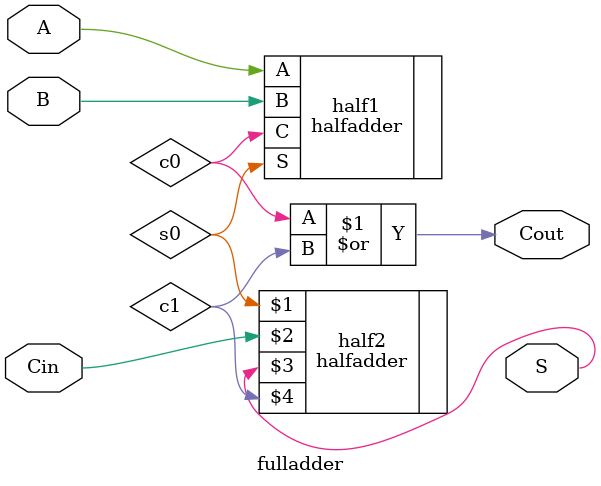
<source format=v>
`timescale 1ns / 1ps
module fulladder(
    input A,
    input B,
    input Cin,
    output S,
    output Cout
    );
	
	wire s0, c0, c1;
	halfadder half1(
		.A(A),
		.B(B),
		.S(s0),
		.C(c0)
		);
	halfadder half2(
		s0,
		Cin,
		S,
		c1
		);
	or o1(Cout,c0,c1);

endmodule

</source>
